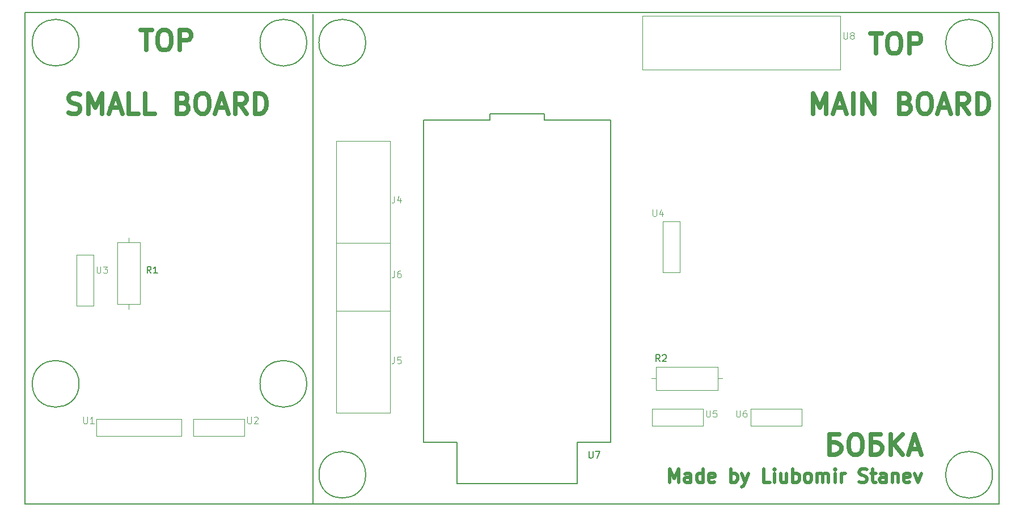
<source format=gbr>
%TF.GenerationSoftware,KiCad,Pcbnew,7.0.10*%
%TF.CreationDate,2024-02-03T15:37:23+02:00*%
%TF.ProjectId,Liubomir_Stanev_PCB,4c697562-6f6d-4697-925f-5374616e6576,rev?*%
%TF.SameCoordinates,Original*%
%TF.FileFunction,Legend,Top*%
%TF.FilePolarity,Positive*%
%FSLAX46Y46*%
G04 Gerber Fmt 4.6, Leading zero omitted, Abs format (unit mm)*
G04 Created by KiCad (PCBNEW 7.0.10) date 2024-02-03 15:37:23*
%MOMM*%
%LPD*%
G01*
G04 APERTURE LIST*
%ADD10C,0.150000*%
%ADD11C,0.500000*%
%ADD12C,0.700000*%
%ADD13C,0.100000*%
%ADD14C,0.120000*%
%ADD15C,0.127000*%
G04 APERTURE END LIST*
D10*
X58585699Y-44992849D02*
G75*
G03*
X51599999Y-44992849I-3492850J0D01*
G01*
X51599999Y-44992849D02*
G75*
G03*
X58585699Y-44992849I3492850J0D01*
G01*
X92585699Y-96000000D02*
G75*
G03*
X85599999Y-96000000I-3492850J0D01*
G01*
X85599999Y-96000000D02*
G75*
G03*
X92585699Y-96000000I3492850J0D01*
G01*
X194992850Y-109600000D02*
G75*
G03*
X188007150Y-109600000I-3492850J0D01*
G01*
X188007150Y-109600000D02*
G75*
G03*
X194992850Y-109600000I3492850J0D01*
G01*
X92585699Y-45000000D02*
G75*
G03*
X85599999Y-45000000I-3492850J0D01*
G01*
X85599999Y-45000000D02*
G75*
G03*
X92585699Y-45000000I3492850J0D01*
G01*
X50500000Y-40500000D02*
X196000000Y-40500000D01*
X196000000Y-114000000D01*
X50500000Y-114000000D01*
X50500000Y-40500000D01*
X195000001Y-45000000D02*
G75*
G03*
X188014301Y-45000000I-3492850J0D01*
G01*
X188014301Y-45000000D02*
G75*
G03*
X195000001Y-45000000I3492850J0D01*
G01*
X101388553Y-109600000D02*
G75*
G03*
X94411447Y-109600000I-3488553J0D01*
G01*
X94411447Y-109600000D02*
G75*
G03*
X101388553Y-109600000I3488553J0D01*
G01*
X93500000Y-40700000D02*
X93500000Y-113950000D01*
X58585699Y-96000000D02*
G75*
G03*
X51599999Y-96000000I-3492850J0D01*
G01*
X51599999Y-96000000D02*
G75*
G03*
X58585699Y-96000000I3492850J0D01*
G01*
X101385699Y-45000000D02*
G75*
G03*
X94399999Y-45000000I-3492850J0D01*
G01*
X94399999Y-45000000D02*
G75*
G03*
X101385699Y-45000000I3492850J0D01*
G01*
D11*
X146805137Y-110729238D02*
X146805137Y-108729238D01*
X146805137Y-108729238D02*
X147471804Y-110157809D01*
X147471804Y-110157809D02*
X148138470Y-108729238D01*
X148138470Y-108729238D02*
X148138470Y-110729238D01*
X149947994Y-110729238D02*
X149947994Y-109681619D01*
X149947994Y-109681619D02*
X149852756Y-109491142D01*
X149852756Y-109491142D02*
X149662280Y-109395904D01*
X149662280Y-109395904D02*
X149281327Y-109395904D01*
X149281327Y-109395904D02*
X149090851Y-109491142D01*
X149947994Y-110634000D02*
X149757518Y-110729238D01*
X149757518Y-110729238D02*
X149281327Y-110729238D01*
X149281327Y-110729238D02*
X149090851Y-110634000D01*
X149090851Y-110634000D02*
X148995613Y-110443523D01*
X148995613Y-110443523D02*
X148995613Y-110253047D01*
X148995613Y-110253047D02*
X149090851Y-110062571D01*
X149090851Y-110062571D02*
X149281327Y-109967333D01*
X149281327Y-109967333D02*
X149757518Y-109967333D01*
X149757518Y-109967333D02*
X149947994Y-109872095D01*
X151757518Y-110729238D02*
X151757518Y-108729238D01*
X151757518Y-110634000D02*
X151567042Y-110729238D01*
X151567042Y-110729238D02*
X151186089Y-110729238D01*
X151186089Y-110729238D02*
X150995613Y-110634000D01*
X150995613Y-110634000D02*
X150900375Y-110538761D01*
X150900375Y-110538761D02*
X150805137Y-110348285D01*
X150805137Y-110348285D02*
X150805137Y-109776857D01*
X150805137Y-109776857D02*
X150900375Y-109586380D01*
X150900375Y-109586380D02*
X150995613Y-109491142D01*
X150995613Y-109491142D02*
X151186089Y-109395904D01*
X151186089Y-109395904D02*
X151567042Y-109395904D01*
X151567042Y-109395904D02*
X151757518Y-109491142D01*
X153471804Y-110634000D02*
X153281328Y-110729238D01*
X153281328Y-110729238D02*
X152900375Y-110729238D01*
X152900375Y-110729238D02*
X152709899Y-110634000D01*
X152709899Y-110634000D02*
X152614661Y-110443523D01*
X152614661Y-110443523D02*
X152614661Y-109681619D01*
X152614661Y-109681619D02*
X152709899Y-109491142D01*
X152709899Y-109491142D02*
X152900375Y-109395904D01*
X152900375Y-109395904D02*
X153281328Y-109395904D01*
X153281328Y-109395904D02*
X153471804Y-109491142D01*
X153471804Y-109491142D02*
X153567042Y-109681619D01*
X153567042Y-109681619D02*
X153567042Y-109872095D01*
X153567042Y-109872095D02*
X152614661Y-110062571D01*
X155947995Y-110729238D02*
X155947995Y-108729238D01*
X155947995Y-109491142D02*
X156138471Y-109395904D01*
X156138471Y-109395904D02*
X156519424Y-109395904D01*
X156519424Y-109395904D02*
X156709900Y-109491142D01*
X156709900Y-109491142D02*
X156805138Y-109586380D01*
X156805138Y-109586380D02*
X156900376Y-109776857D01*
X156900376Y-109776857D02*
X156900376Y-110348285D01*
X156900376Y-110348285D02*
X156805138Y-110538761D01*
X156805138Y-110538761D02*
X156709900Y-110634000D01*
X156709900Y-110634000D02*
X156519424Y-110729238D01*
X156519424Y-110729238D02*
X156138471Y-110729238D01*
X156138471Y-110729238D02*
X155947995Y-110634000D01*
X157567043Y-109395904D02*
X158043233Y-110729238D01*
X158519424Y-109395904D02*
X158043233Y-110729238D01*
X158043233Y-110729238D02*
X157852757Y-111205428D01*
X157852757Y-111205428D02*
X157757519Y-111300666D01*
X157757519Y-111300666D02*
X157567043Y-111395904D01*
X161757520Y-110729238D02*
X160805139Y-110729238D01*
X160805139Y-110729238D02*
X160805139Y-108729238D01*
X162424187Y-110729238D02*
X162424187Y-109395904D01*
X162424187Y-108729238D02*
X162328949Y-108824476D01*
X162328949Y-108824476D02*
X162424187Y-108919714D01*
X162424187Y-108919714D02*
X162519425Y-108824476D01*
X162519425Y-108824476D02*
X162424187Y-108729238D01*
X162424187Y-108729238D02*
X162424187Y-108919714D01*
X164233711Y-109395904D02*
X164233711Y-110729238D01*
X163376568Y-109395904D02*
X163376568Y-110443523D01*
X163376568Y-110443523D02*
X163471806Y-110634000D01*
X163471806Y-110634000D02*
X163662282Y-110729238D01*
X163662282Y-110729238D02*
X163947997Y-110729238D01*
X163947997Y-110729238D02*
X164138473Y-110634000D01*
X164138473Y-110634000D02*
X164233711Y-110538761D01*
X165186092Y-110729238D02*
X165186092Y-108729238D01*
X165186092Y-109491142D02*
X165376568Y-109395904D01*
X165376568Y-109395904D02*
X165757521Y-109395904D01*
X165757521Y-109395904D02*
X165947997Y-109491142D01*
X165947997Y-109491142D02*
X166043235Y-109586380D01*
X166043235Y-109586380D02*
X166138473Y-109776857D01*
X166138473Y-109776857D02*
X166138473Y-110348285D01*
X166138473Y-110348285D02*
X166043235Y-110538761D01*
X166043235Y-110538761D02*
X165947997Y-110634000D01*
X165947997Y-110634000D02*
X165757521Y-110729238D01*
X165757521Y-110729238D02*
X165376568Y-110729238D01*
X165376568Y-110729238D02*
X165186092Y-110634000D01*
X167281330Y-110729238D02*
X167090854Y-110634000D01*
X167090854Y-110634000D02*
X166995616Y-110538761D01*
X166995616Y-110538761D02*
X166900378Y-110348285D01*
X166900378Y-110348285D02*
X166900378Y-109776857D01*
X166900378Y-109776857D02*
X166995616Y-109586380D01*
X166995616Y-109586380D02*
X167090854Y-109491142D01*
X167090854Y-109491142D02*
X167281330Y-109395904D01*
X167281330Y-109395904D02*
X167567045Y-109395904D01*
X167567045Y-109395904D02*
X167757521Y-109491142D01*
X167757521Y-109491142D02*
X167852759Y-109586380D01*
X167852759Y-109586380D02*
X167947997Y-109776857D01*
X167947997Y-109776857D02*
X167947997Y-110348285D01*
X167947997Y-110348285D02*
X167852759Y-110538761D01*
X167852759Y-110538761D02*
X167757521Y-110634000D01*
X167757521Y-110634000D02*
X167567045Y-110729238D01*
X167567045Y-110729238D02*
X167281330Y-110729238D01*
X168805140Y-110729238D02*
X168805140Y-109395904D01*
X168805140Y-109586380D02*
X168900378Y-109491142D01*
X168900378Y-109491142D02*
X169090854Y-109395904D01*
X169090854Y-109395904D02*
X169376569Y-109395904D01*
X169376569Y-109395904D02*
X169567045Y-109491142D01*
X169567045Y-109491142D02*
X169662283Y-109681619D01*
X169662283Y-109681619D02*
X169662283Y-110729238D01*
X169662283Y-109681619D02*
X169757521Y-109491142D01*
X169757521Y-109491142D02*
X169947997Y-109395904D01*
X169947997Y-109395904D02*
X170233711Y-109395904D01*
X170233711Y-109395904D02*
X170424188Y-109491142D01*
X170424188Y-109491142D02*
X170519426Y-109681619D01*
X170519426Y-109681619D02*
X170519426Y-110729238D01*
X171471807Y-110729238D02*
X171471807Y-109395904D01*
X171471807Y-108729238D02*
X171376569Y-108824476D01*
X171376569Y-108824476D02*
X171471807Y-108919714D01*
X171471807Y-108919714D02*
X171567045Y-108824476D01*
X171567045Y-108824476D02*
X171471807Y-108729238D01*
X171471807Y-108729238D02*
X171471807Y-108919714D01*
X172424188Y-110729238D02*
X172424188Y-109395904D01*
X172424188Y-109776857D02*
X172519426Y-109586380D01*
X172519426Y-109586380D02*
X172614664Y-109491142D01*
X172614664Y-109491142D02*
X172805140Y-109395904D01*
X172805140Y-109395904D02*
X172995617Y-109395904D01*
X175090855Y-110634000D02*
X175376569Y-110729238D01*
X175376569Y-110729238D02*
X175852760Y-110729238D01*
X175852760Y-110729238D02*
X176043236Y-110634000D01*
X176043236Y-110634000D02*
X176138474Y-110538761D01*
X176138474Y-110538761D02*
X176233712Y-110348285D01*
X176233712Y-110348285D02*
X176233712Y-110157809D01*
X176233712Y-110157809D02*
X176138474Y-109967333D01*
X176138474Y-109967333D02*
X176043236Y-109872095D01*
X176043236Y-109872095D02*
X175852760Y-109776857D01*
X175852760Y-109776857D02*
X175471807Y-109681619D01*
X175471807Y-109681619D02*
X175281331Y-109586380D01*
X175281331Y-109586380D02*
X175186093Y-109491142D01*
X175186093Y-109491142D02*
X175090855Y-109300666D01*
X175090855Y-109300666D02*
X175090855Y-109110190D01*
X175090855Y-109110190D02*
X175186093Y-108919714D01*
X175186093Y-108919714D02*
X175281331Y-108824476D01*
X175281331Y-108824476D02*
X175471807Y-108729238D01*
X175471807Y-108729238D02*
X175947998Y-108729238D01*
X175947998Y-108729238D02*
X176233712Y-108824476D01*
X176805141Y-109395904D02*
X177567045Y-109395904D01*
X177090855Y-108729238D02*
X177090855Y-110443523D01*
X177090855Y-110443523D02*
X177186093Y-110634000D01*
X177186093Y-110634000D02*
X177376569Y-110729238D01*
X177376569Y-110729238D02*
X177567045Y-110729238D01*
X179090855Y-110729238D02*
X179090855Y-109681619D01*
X179090855Y-109681619D02*
X178995617Y-109491142D01*
X178995617Y-109491142D02*
X178805141Y-109395904D01*
X178805141Y-109395904D02*
X178424188Y-109395904D01*
X178424188Y-109395904D02*
X178233712Y-109491142D01*
X179090855Y-110634000D02*
X178900379Y-110729238D01*
X178900379Y-110729238D02*
X178424188Y-110729238D01*
X178424188Y-110729238D02*
X178233712Y-110634000D01*
X178233712Y-110634000D02*
X178138474Y-110443523D01*
X178138474Y-110443523D02*
X178138474Y-110253047D01*
X178138474Y-110253047D02*
X178233712Y-110062571D01*
X178233712Y-110062571D02*
X178424188Y-109967333D01*
X178424188Y-109967333D02*
X178900379Y-109967333D01*
X178900379Y-109967333D02*
X179090855Y-109872095D01*
X180043236Y-109395904D02*
X180043236Y-110729238D01*
X180043236Y-109586380D02*
X180138474Y-109491142D01*
X180138474Y-109491142D02*
X180328950Y-109395904D01*
X180328950Y-109395904D02*
X180614665Y-109395904D01*
X180614665Y-109395904D02*
X180805141Y-109491142D01*
X180805141Y-109491142D02*
X180900379Y-109681619D01*
X180900379Y-109681619D02*
X180900379Y-110729238D01*
X182614665Y-110634000D02*
X182424189Y-110729238D01*
X182424189Y-110729238D02*
X182043236Y-110729238D01*
X182043236Y-110729238D02*
X181852760Y-110634000D01*
X181852760Y-110634000D02*
X181757522Y-110443523D01*
X181757522Y-110443523D02*
X181757522Y-109681619D01*
X181757522Y-109681619D02*
X181852760Y-109491142D01*
X181852760Y-109491142D02*
X182043236Y-109395904D01*
X182043236Y-109395904D02*
X182424189Y-109395904D01*
X182424189Y-109395904D02*
X182614665Y-109491142D01*
X182614665Y-109491142D02*
X182709903Y-109681619D01*
X182709903Y-109681619D02*
X182709903Y-109872095D01*
X182709903Y-109872095D02*
X181757522Y-110062571D01*
X183376570Y-109395904D02*
X183852760Y-110729238D01*
X183852760Y-110729238D02*
X184328951Y-109395904D01*
D12*
X67746240Y-43096457D02*
X69460526Y-43096457D01*
X68603383Y-46096457D02*
X68603383Y-43096457D01*
X71031954Y-43096457D02*
X71603382Y-43096457D01*
X71603382Y-43096457D02*
X71889097Y-43239314D01*
X71889097Y-43239314D02*
X72174811Y-43525028D01*
X72174811Y-43525028D02*
X72317668Y-44096457D01*
X72317668Y-44096457D02*
X72317668Y-45096457D01*
X72317668Y-45096457D02*
X72174811Y-45667885D01*
X72174811Y-45667885D02*
X71889097Y-45953600D01*
X71889097Y-45953600D02*
X71603382Y-46096457D01*
X71603382Y-46096457D02*
X71031954Y-46096457D01*
X71031954Y-46096457D02*
X70746240Y-45953600D01*
X70746240Y-45953600D02*
X70460525Y-45667885D01*
X70460525Y-45667885D02*
X70317668Y-45096457D01*
X70317668Y-45096457D02*
X70317668Y-44096457D01*
X70317668Y-44096457D02*
X70460525Y-43525028D01*
X70460525Y-43525028D02*
X70746240Y-43239314D01*
X70746240Y-43239314D02*
X71031954Y-43096457D01*
X73603382Y-46096457D02*
X73603382Y-43096457D01*
X73603382Y-43096457D02*
X74746239Y-43096457D01*
X74746239Y-43096457D02*
X75031954Y-43239314D01*
X75031954Y-43239314D02*
X75174811Y-43382171D01*
X75174811Y-43382171D02*
X75317668Y-43667885D01*
X75317668Y-43667885D02*
X75317668Y-44096457D01*
X75317668Y-44096457D02*
X75174811Y-44382171D01*
X75174811Y-44382171D02*
X75031954Y-44525028D01*
X75031954Y-44525028D02*
X74746239Y-44667885D01*
X74746239Y-44667885D02*
X73603382Y-44667885D01*
X168174811Y-55596457D02*
X168174811Y-52596457D01*
X168174811Y-52596457D02*
X169174811Y-54739314D01*
X169174811Y-54739314D02*
X170174811Y-52596457D01*
X170174811Y-52596457D02*
X170174811Y-55596457D01*
X171460525Y-54739314D02*
X172889097Y-54739314D01*
X171174811Y-55596457D02*
X172174811Y-52596457D01*
X172174811Y-52596457D02*
X173174811Y-55596457D01*
X174174811Y-55596457D02*
X174174811Y-52596457D01*
X175603382Y-55596457D02*
X175603382Y-52596457D01*
X175603382Y-52596457D02*
X177317668Y-55596457D01*
X177317668Y-55596457D02*
X177317668Y-52596457D01*
X182031953Y-54025028D02*
X182460525Y-54167885D01*
X182460525Y-54167885D02*
X182603382Y-54310742D01*
X182603382Y-54310742D02*
X182746239Y-54596457D01*
X182746239Y-54596457D02*
X182746239Y-55025028D01*
X182746239Y-55025028D02*
X182603382Y-55310742D01*
X182603382Y-55310742D02*
X182460525Y-55453600D01*
X182460525Y-55453600D02*
X182174810Y-55596457D01*
X182174810Y-55596457D02*
X181031953Y-55596457D01*
X181031953Y-55596457D02*
X181031953Y-52596457D01*
X181031953Y-52596457D02*
X182031953Y-52596457D01*
X182031953Y-52596457D02*
X182317668Y-52739314D01*
X182317668Y-52739314D02*
X182460525Y-52882171D01*
X182460525Y-52882171D02*
X182603382Y-53167885D01*
X182603382Y-53167885D02*
X182603382Y-53453600D01*
X182603382Y-53453600D02*
X182460525Y-53739314D01*
X182460525Y-53739314D02*
X182317668Y-53882171D01*
X182317668Y-53882171D02*
X182031953Y-54025028D01*
X182031953Y-54025028D02*
X181031953Y-54025028D01*
X184603382Y-52596457D02*
X185174810Y-52596457D01*
X185174810Y-52596457D02*
X185460525Y-52739314D01*
X185460525Y-52739314D02*
X185746239Y-53025028D01*
X185746239Y-53025028D02*
X185889096Y-53596457D01*
X185889096Y-53596457D02*
X185889096Y-54596457D01*
X185889096Y-54596457D02*
X185746239Y-55167885D01*
X185746239Y-55167885D02*
X185460525Y-55453600D01*
X185460525Y-55453600D02*
X185174810Y-55596457D01*
X185174810Y-55596457D02*
X184603382Y-55596457D01*
X184603382Y-55596457D02*
X184317668Y-55453600D01*
X184317668Y-55453600D02*
X184031953Y-55167885D01*
X184031953Y-55167885D02*
X183889096Y-54596457D01*
X183889096Y-54596457D02*
X183889096Y-53596457D01*
X183889096Y-53596457D02*
X184031953Y-53025028D01*
X184031953Y-53025028D02*
X184317668Y-52739314D01*
X184317668Y-52739314D02*
X184603382Y-52596457D01*
X187031953Y-54739314D02*
X188460525Y-54739314D01*
X186746239Y-55596457D02*
X187746239Y-52596457D01*
X187746239Y-52596457D02*
X188746239Y-55596457D01*
X191460525Y-55596457D02*
X190460525Y-54167885D01*
X189746239Y-55596457D02*
X189746239Y-52596457D01*
X189746239Y-52596457D02*
X190889096Y-52596457D01*
X190889096Y-52596457D02*
X191174811Y-52739314D01*
X191174811Y-52739314D02*
X191317668Y-52882171D01*
X191317668Y-52882171D02*
X191460525Y-53167885D01*
X191460525Y-53167885D02*
X191460525Y-53596457D01*
X191460525Y-53596457D02*
X191317668Y-53882171D01*
X191317668Y-53882171D02*
X191174811Y-54025028D01*
X191174811Y-54025028D02*
X190889096Y-54167885D01*
X190889096Y-54167885D02*
X189746239Y-54167885D01*
X192746239Y-55596457D02*
X192746239Y-52596457D01*
X192746239Y-52596457D02*
X193460525Y-52596457D01*
X193460525Y-52596457D02*
X193889096Y-52739314D01*
X193889096Y-52739314D02*
X194174811Y-53025028D01*
X194174811Y-53025028D02*
X194317668Y-53310742D01*
X194317668Y-53310742D02*
X194460525Y-53882171D01*
X194460525Y-53882171D02*
X194460525Y-54310742D01*
X194460525Y-54310742D02*
X194317668Y-54882171D01*
X194317668Y-54882171D02*
X194174811Y-55167885D01*
X194174811Y-55167885D02*
X193889096Y-55453600D01*
X193889096Y-55453600D02*
X193460525Y-55596457D01*
X193460525Y-55596457D02*
X192746239Y-55596457D01*
X57031954Y-55453600D02*
X57460526Y-55596457D01*
X57460526Y-55596457D02*
X58174811Y-55596457D01*
X58174811Y-55596457D02*
X58460526Y-55453600D01*
X58460526Y-55453600D02*
X58603383Y-55310742D01*
X58603383Y-55310742D02*
X58746240Y-55025028D01*
X58746240Y-55025028D02*
X58746240Y-54739314D01*
X58746240Y-54739314D02*
X58603383Y-54453600D01*
X58603383Y-54453600D02*
X58460526Y-54310742D01*
X58460526Y-54310742D02*
X58174811Y-54167885D01*
X58174811Y-54167885D02*
X57603383Y-54025028D01*
X57603383Y-54025028D02*
X57317668Y-53882171D01*
X57317668Y-53882171D02*
X57174811Y-53739314D01*
X57174811Y-53739314D02*
X57031954Y-53453600D01*
X57031954Y-53453600D02*
X57031954Y-53167885D01*
X57031954Y-53167885D02*
X57174811Y-52882171D01*
X57174811Y-52882171D02*
X57317668Y-52739314D01*
X57317668Y-52739314D02*
X57603383Y-52596457D01*
X57603383Y-52596457D02*
X58317668Y-52596457D01*
X58317668Y-52596457D02*
X58746240Y-52739314D01*
X60031954Y-55596457D02*
X60031954Y-52596457D01*
X60031954Y-52596457D02*
X61031954Y-54739314D01*
X61031954Y-54739314D02*
X62031954Y-52596457D01*
X62031954Y-52596457D02*
X62031954Y-55596457D01*
X63317668Y-54739314D02*
X64746240Y-54739314D01*
X63031954Y-55596457D02*
X64031954Y-52596457D01*
X64031954Y-52596457D02*
X65031954Y-55596457D01*
X67460526Y-55596457D02*
X66031954Y-55596457D01*
X66031954Y-55596457D02*
X66031954Y-52596457D01*
X69889097Y-55596457D02*
X68460525Y-55596457D01*
X68460525Y-55596457D02*
X68460525Y-52596457D01*
X74174810Y-54025028D02*
X74603382Y-54167885D01*
X74603382Y-54167885D02*
X74746239Y-54310742D01*
X74746239Y-54310742D02*
X74889096Y-54596457D01*
X74889096Y-54596457D02*
X74889096Y-55025028D01*
X74889096Y-55025028D02*
X74746239Y-55310742D01*
X74746239Y-55310742D02*
X74603382Y-55453600D01*
X74603382Y-55453600D02*
X74317667Y-55596457D01*
X74317667Y-55596457D02*
X73174810Y-55596457D01*
X73174810Y-55596457D02*
X73174810Y-52596457D01*
X73174810Y-52596457D02*
X74174810Y-52596457D01*
X74174810Y-52596457D02*
X74460525Y-52739314D01*
X74460525Y-52739314D02*
X74603382Y-52882171D01*
X74603382Y-52882171D02*
X74746239Y-53167885D01*
X74746239Y-53167885D02*
X74746239Y-53453600D01*
X74746239Y-53453600D02*
X74603382Y-53739314D01*
X74603382Y-53739314D02*
X74460525Y-53882171D01*
X74460525Y-53882171D02*
X74174810Y-54025028D01*
X74174810Y-54025028D02*
X73174810Y-54025028D01*
X76746239Y-52596457D02*
X77317667Y-52596457D01*
X77317667Y-52596457D02*
X77603382Y-52739314D01*
X77603382Y-52739314D02*
X77889096Y-53025028D01*
X77889096Y-53025028D02*
X78031953Y-53596457D01*
X78031953Y-53596457D02*
X78031953Y-54596457D01*
X78031953Y-54596457D02*
X77889096Y-55167885D01*
X77889096Y-55167885D02*
X77603382Y-55453600D01*
X77603382Y-55453600D02*
X77317667Y-55596457D01*
X77317667Y-55596457D02*
X76746239Y-55596457D01*
X76746239Y-55596457D02*
X76460525Y-55453600D01*
X76460525Y-55453600D02*
X76174810Y-55167885D01*
X76174810Y-55167885D02*
X76031953Y-54596457D01*
X76031953Y-54596457D02*
X76031953Y-53596457D01*
X76031953Y-53596457D02*
X76174810Y-53025028D01*
X76174810Y-53025028D02*
X76460525Y-52739314D01*
X76460525Y-52739314D02*
X76746239Y-52596457D01*
X79174810Y-54739314D02*
X80603382Y-54739314D01*
X78889096Y-55596457D02*
X79889096Y-52596457D01*
X79889096Y-52596457D02*
X80889096Y-55596457D01*
X83603382Y-55596457D02*
X82603382Y-54167885D01*
X81889096Y-55596457D02*
X81889096Y-52596457D01*
X81889096Y-52596457D02*
X83031953Y-52596457D01*
X83031953Y-52596457D02*
X83317668Y-52739314D01*
X83317668Y-52739314D02*
X83460525Y-52882171D01*
X83460525Y-52882171D02*
X83603382Y-53167885D01*
X83603382Y-53167885D02*
X83603382Y-53596457D01*
X83603382Y-53596457D02*
X83460525Y-53882171D01*
X83460525Y-53882171D02*
X83317668Y-54025028D01*
X83317668Y-54025028D02*
X83031953Y-54167885D01*
X83031953Y-54167885D02*
X81889096Y-54167885D01*
X84889096Y-55596457D02*
X84889096Y-52596457D01*
X84889096Y-52596457D02*
X85603382Y-52596457D01*
X85603382Y-52596457D02*
X86031953Y-52739314D01*
X86031953Y-52739314D02*
X86317668Y-53025028D01*
X86317668Y-53025028D02*
X86460525Y-53310742D01*
X86460525Y-53310742D02*
X86603382Y-53882171D01*
X86603382Y-53882171D02*
X86603382Y-54310742D01*
X86603382Y-54310742D02*
X86460525Y-54882171D01*
X86460525Y-54882171D02*
X86317668Y-55167885D01*
X86317668Y-55167885D02*
X86031953Y-55453600D01*
X86031953Y-55453600D02*
X85603382Y-55596457D01*
X85603382Y-55596457D02*
X84889096Y-55596457D01*
X176746240Y-43596457D02*
X178460526Y-43596457D01*
X177603383Y-46596457D02*
X177603383Y-43596457D01*
X180031954Y-43596457D02*
X180603382Y-43596457D01*
X180603382Y-43596457D02*
X180889097Y-43739314D01*
X180889097Y-43739314D02*
X181174811Y-44025028D01*
X181174811Y-44025028D02*
X181317668Y-44596457D01*
X181317668Y-44596457D02*
X181317668Y-45596457D01*
X181317668Y-45596457D02*
X181174811Y-46167885D01*
X181174811Y-46167885D02*
X180889097Y-46453600D01*
X180889097Y-46453600D02*
X180603382Y-46596457D01*
X180603382Y-46596457D02*
X180031954Y-46596457D01*
X180031954Y-46596457D02*
X179746240Y-46453600D01*
X179746240Y-46453600D02*
X179460525Y-46167885D01*
X179460525Y-46167885D02*
X179317668Y-45596457D01*
X179317668Y-45596457D02*
X179317668Y-44596457D01*
X179317668Y-44596457D02*
X179460525Y-44025028D01*
X179460525Y-44025028D02*
X179746240Y-43739314D01*
X179746240Y-43739314D02*
X180031954Y-43596457D01*
X182603382Y-46596457D02*
X182603382Y-43596457D01*
X182603382Y-43596457D02*
X183746239Y-43596457D01*
X183746239Y-43596457D02*
X184031954Y-43739314D01*
X184031954Y-43739314D02*
X184174811Y-43882171D01*
X184174811Y-43882171D02*
X184317668Y-44167885D01*
X184317668Y-44167885D02*
X184317668Y-44596457D01*
X184317668Y-44596457D02*
X184174811Y-44882171D01*
X184174811Y-44882171D02*
X184031954Y-45025028D01*
X184031954Y-45025028D02*
X183746239Y-45167885D01*
X183746239Y-45167885D02*
X182603382Y-45167885D01*
X172103383Y-103596457D02*
X170674811Y-103596457D01*
X170674811Y-103596457D02*
X170674811Y-106596457D01*
X170674811Y-106596457D02*
X171531954Y-106596457D01*
X171531954Y-106596457D02*
X171960526Y-106453600D01*
X171960526Y-106453600D02*
X172246240Y-106167885D01*
X172246240Y-106167885D02*
X172389097Y-105882171D01*
X172389097Y-105882171D02*
X172389097Y-105453600D01*
X172389097Y-105453600D02*
X172246240Y-105167885D01*
X172246240Y-105167885D02*
X171960526Y-104882171D01*
X171960526Y-104882171D02*
X171531954Y-104739314D01*
X171531954Y-104739314D02*
X170674811Y-104739314D01*
X174246240Y-103596457D02*
X174817668Y-103596457D01*
X174817668Y-103596457D02*
X175103383Y-103739314D01*
X175103383Y-103739314D02*
X175389097Y-104025028D01*
X175389097Y-104025028D02*
X175531954Y-104596457D01*
X175531954Y-104596457D02*
X175531954Y-105596457D01*
X175531954Y-105596457D02*
X175389097Y-106167885D01*
X175389097Y-106167885D02*
X175103383Y-106453600D01*
X175103383Y-106453600D02*
X174817668Y-106596457D01*
X174817668Y-106596457D02*
X174246240Y-106596457D01*
X174246240Y-106596457D02*
X173960526Y-106453600D01*
X173960526Y-106453600D02*
X173674811Y-106167885D01*
X173674811Y-106167885D02*
X173531954Y-105596457D01*
X173531954Y-105596457D02*
X173531954Y-104596457D01*
X173531954Y-104596457D02*
X173674811Y-104025028D01*
X173674811Y-104025028D02*
X173960526Y-103739314D01*
X173960526Y-103739314D02*
X174246240Y-103596457D01*
X178246240Y-103596457D02*
X176817668Y-103596457D01*
X176817668Y-103596457D02*
X176817668Y-106596457D01*
X176817668Y-106596457D02*
X177674811Y-106596457D01*
X177674811Y-106596457D02*
X178103383Y-106453600D01*
X178103383Y-106453600D02*
X178389097Y-106167885D01*
X178389097Y-106167885D02*
X178531954Y-105882171D01*
X178531954Y-105882171D02*
X178531954Y-105453600D01*
X178531954Y-105453600D02*
X178389097Y-105167885D01*
X178389097Y-105167885D02*
X178103383Y-104882171D01*
X178103383Y-104882171D02*
X177674811Y-104739314D01*
X177674811Y-104739314D02*
X176817668Y-104739314D01*
X179817668Y-106596457D02*
X179817668Y-103596457D01*
X181531954Y-106596457D02*
X180246240Y-104882171D01*
X181531954Y-103596457D02*
X179817668Y-105310742D01*
X182674811Y-105739314D02*
X184103383Y-105739314D01*
X182389097Y-106596457D02*
X183389097Y-103596457D01*
X183389097Y-103596457D02*
X184389097Y-106596457D01*
D13*
X152238095Y-99957419D02*
X152238095Y-100766942D01*
X152238095Y-100766942D02*
X152285714Y-100862180D01*
X152285714Y-100862180D02*
X152333333Y-100909800D01*
X152333333Y-100909800D02*
X152428571Y-100957419D01*
X152428571Y-100957419D02*
X152619047Y-100957419D01*
X152619047Y-100957419D02*
X152714285Y-100909800D01*
X152714285Y-100909800D02*
X152761904Y-100862180D01*
X152761904Y-100862180D02*
X152809523Y-100766942D01*
X152809523Y-100766942D02*
X152809523Y-99957419D01*
X153761904Y-99957419D02*
X153285714Y-99957419D01*
X153285714Y-99957419D02*
X153238095Y-100433609D01*
X153238095Y-100433609D02*
X153285714Y-100385990D01*
X153285714Y-100385990D02*
X153380952Y-100338371D01*
X153380952Y-100338371D02*
X153619047Y-100338371D01*
X153619047Y-100338371D02*
X153714285Y-100385990D01*
X153714285Y-100385990D02*
X153761904Y-100433609D01*
X153761904Y-100433609D02*
X153809523Y-100528847D01*
X153809523Y-100528847D02*
X153809523Y-100766942D01*
X153809523Y-100766942D02*
X153761904Y-100862180D01*
X153761904Y-100862180D02*
X153714285Y-100909800D01*
X153714285Y-100909800D02*
X153619047Y-100957419D01*
X153619047Y-100957419D02*
X153380952Y-100957419D01*
X153380952Y-100957419D02*
X153285714Y-100909800D01*
X153285714Y-100909800D02*
X153238095Y-100862180D01*
D10*
X69333333Y-79454819D02*
X69000000Y-78978628D01*
X68761905Y-79454819D02*
X68761905Y-78454819D01*
X68761905Y-78454819D02*
X69142857Y-78454819D01*
X69142857Y-78454819D02*
X69238095Y-78502438D01*
X69238095Y-78502438D02*
X69285714Y-78550057D01*
X69285714Y-78550057D02*
X69333333Y-78645295D01*
X69333333Y-78645295D02*
X69333333Y-78788152D01*
X69333333Y-78788152D02*
X69285714Y-78883390D01*
X69285714Y-78883390D02*
X69238095Y-78931009D01*
X69238095Y-78931009D02*
X69142857Y-78978628D01*
X69142857Y-78978628D02*
X68761905Y-78978628D01*
X70285714Y-79454819D02*
X69714286Y-79454819D01*
X70000000Y-79454819D02*
X70000000Y-78454819D01*
X70000000Y-78454819D02*
X69904762Y-78597676D01*
X69904762Y-78597676D02*
X69809524Y-78692914D01*
X69809524Y-78692914D02*
X69714286Y-78740533D01*
D13*
X105666666Y-67957419D02*
X105666666Y-68671704D01*
X105666666Y-68671704D02*
X105619047Y-68814561D01*
X105619047Y-68814561D02*
X105523809Y-68909800D01*
X105523809Y-68909800D02*
X105380952Y-68957419D01*
X105380952Y-68957419D02*
X105285714Y-68957419D01*
X106571428Y-68290752D02*
X106571428Y-68957419D01*
X106333333Y-67909800D02*
X106095238Y-68624085D01*
X106095238Y-68624085D02*
X106714285Y-68624085D01*
X83738095Y-100957419D02*
X83738095Y-101766942D01*
X83738095Y-101766942D02*
X83785714Y-101862180D01*
X83785714Y-101862180D02*
X83833333Y-101909800D01*
X83833333Y-101909800D02*
X83928571Y-101957419D01*
X83928571Y-101957419D02*
X84119047Y-101957419D01*
X84119047Y-101957419D02*
X84214285Y-101909800D01*
X84214285Y-101909800D02*
X84261904Y-101862180D01*
X84261904Y-101862180D02*
X84309523Y-101766942D01*
X84309523Y-101766942D02*
X84309523Y-100957419D01*
X84738095Y-101052657D02*
X84785714Y-101005038D01*
X84785714Y-101005038D02*
X84880952Y-100957419D01*
X84880952Y-100957419D02*
X85119047Y-100957419D01*
X85119047Y-100957419D02*
X85214285Y-101005038D01*
X85214285Y-101005038D02*
X85261904Y-101052657D01*
X85261904Y-101052657D02*
X85309523Y-101147895D01*
X85309523Y-101147895D02*
X85309523Y-101243133D01*
X85309523Y-101243133D02*
X85261904Y-101385990D01*
X85261904Y-101385990D02*
X84690476Y-101957419D01*
X84690476Y-101957419D02*
X85309523Y-101957419D01*
X172738095Y-43457419D02*
X172738095Y-44266942D01*
X172738095Y-44266942D02*
X172785714Y-44362180D01*
X172785714Y-44362180D02*
X172833333Y-44409800D01*
X172833333Y-44409800D02*
X172928571Y-44457419D01*
X172928571Y-44457419D02*
X173119047Y-44457419D01*
X173119047Y-44457419D02*
X173214285Y-44409800D01*
X173214285Y-44409800D02*
X173261904Y-44362180D01*
X173261904Y-44362180D02*
X173309523Y-44266942D01*
X173309523Y-44266942D02*
X173309523Y-43457419D01*
X173928571Y-43885990D02*
X173833333Y-43838371D01*
X173833333Y-43838371D02*
X173785714Y-43790752D01*
X173785714Y-43790752D02*
X173738095Y-43695514D01*
X173738095Y-43695514D02*
X173738095Y-43647895D01*
X173738095Y-43647895D02*
X173785714Y-43552657D01*
X173785714Y-43552657D02*
X173833333Y-43505038D01*
X173833333Y-43505038D02*
X173928571Y-43457419D01*
X173928571Y-43457419D02*
X174119047Y-43457419D01*
X174119047Y-43457419D02*
X174214285Y-43505038D01*
X174214285Y-43505038D02*
X174261904Y-43552657D01*
X174261904Y-43552657D02*
X174309523Y-43647895D01*
X174309523Y-43647895D02*
X174309523Y-43695514D01*
X174309523Y-43695514D02*
X174261904Y-43790752D01*
X174261904Y-43790752D02*
X174214285Y-43838371D01*
X174214285Y-43838371D02*
X174119047Y-43885990D01*
X174119047Y-43885990D02*
X173928571Y-43885990D01*
X173928571Y-43885990D02*
X173833333Y-43933609D01*
X173833333Y-43933609D02*
X173785714Y-43981228D01*
X173785714Y-43981228D02*
X173738095Y-44076466D01*
X173738095Y-44076466D02*
X173738095Y-44266942D01*
X173738095Y-44266942D02*
X173785714Y-44362180D01*
X173785714Y-44362180D02*
X173833333Y-44409800D01*
X173833333Y-44409800D02*
X173928571Y-44457419D01*
X173928571Y-44457419D02*
X174119047Y-44457419D01*
X174119047Y-44457419D02*
X174214285Y-44409800D01*
X174214285Y-44409800D02*
X174261904Y-44362180D01*
X174261904Y-44362180D02*
X174309523Y-44266942D01*
X174309523Y-44266942D02*
X174309523Y-44076466D01*
X174309523Y-44076466D02*
X174261904Y-43981228D01*
X174261904Y-43981228D02*
X174214285Y-43933609D01*
X174214285Y-43933609D02*
X174119047Y-43885990D01*
X105666666Y-79114619D02*
X105666666Y-79828904D01*
X105666666Y-79828904D02*
X105619047Y-79971761D01*
X105619047Y-79971761D02*
X105523809Y-80067000D01*
X105523809Y-80067000D02*
X105380952Y-80114619D01*
X105380952Y-80114619D02*
X105285714Y-80114619D01*
X106571428Y-79114619D02*
X106380952Y-79114619D01*
X106380952Y-79114619D02*
X106285714Y-79162238D01*
X106285714Y-79162238D02*
X106238095Y-79209857D01*
X106238095Y-79209857D02*
X106142857Y-79352714D01*
X106142857Y-79352714D02*
X106095238Y-79543190D01*
X106095238Y-79543190D02*
X106095238Y-79924142D01*
X106095238Y-79924142D02*
X106142857Y-80019380D01*
X106142857Y-80019380D02*
X106190476Y-80067000D01*
X106190476Y-80067000D02*
X106285714Y-80114619D01*
X106285714Y-80114619D02*
X106476190Y-80114619D01*
X106476190Y-80114619D02*
X106571428Y-80067000D01*
X106571428Y-80067000D02*
X106619047Y-80019380D01*
X106619047Y-80019380D02*
X106666666Y-79924142D01*
X106666666Y-79924142D02*
X106666666Y-79686047D01*
X106666666Y-79686047D02*
X106619047Y-79590809D01*
X106619047Y-79590809D02*
X106571428Y-79543190D01*
X106571428Y-79543190D02*
X106476190Y-79495571D01*
X106476190Y-79495571D02*
X106285714Y-79495571D01*
X106285714Y-79495571D02*
X106190476Y-79543190D01*
X106190476Y-79543190D02*
X106142857Y-79590809D01*
X106142857Y-79590809D02*
X106095238Y-79686047D01*
D10*
X134738095Y-106104819D02*
X134738095Y-106914342D01*
X134738095Y-106914342D02*
X134785714Y-107009580D01*
X134785714Y-107009580D02*
X134833333Y-107057200D01*
X134833333Y-107057200D02*
X134928571Y-107104819D01*
X134928571Y-107104819D02*
X135119047Y-107104819D01*
X135119047Y-107104819D02*
X135214285Y-107057200D01*
X135214285Y-107057200D02*
X135261904Y-107009580D01*
X135261904Y-107009580D02*
X135309523Y-106914342D01*
X135309523Y-106914342D02*
X135309523Y-106104819D01*
X135690476Y-106104819D02*
X136357142Y-106104819D01*
X136357142Y-106104819D02*
X135928571Y-107104819D01*
D13*
X105666666Y-91957419D02*
X105666666Y-92671704D01*
X105666666Y-92671704D02*
X105619047Y-92814561D01*
X105619047Y-92814561D02*
X105523809Y-92909800D01*
X105523809Y-92909800D02*
X105380952Y-92957419D01*
X105380952Y-92957419D02*
X105285714Y-92957419D01*
X106619047Y-91957419D02*
X106142857Y-91957419D01*
X106142857Y-91957419D02*
X106095238Y-92433609D01*
X106095238Y-92433609D02*
X106142857Y-92385990D01*
X106142857Y-92385990D02*
X106238095Y-92338371D01*
X106238095Y-92338371D02*
X106476190Y-92338371D01*
X106476190Y-92338371D02*
X106571428Y-92385990D01*
X106571428Y-92385990D02*
X106619047Y-92433609D01*
X106619047Y-92433609D02*
X106666666Y-92528847D01*
X106666666Y-92528847D02*
X106666666Y-92766942D01*
X106666666Y-92766942D02*
X106619047Y-92862180D01*
X106619047Y-92862180D02*
X106571428Y-92909800D01*
X106571428Y-92909800D02*
X106476190Y-92957419D01*
X106476190Y-92957419D02*
X106238095Y-92957419D01*
X106238095Y-92957419D02*
X106142857Y-92909800D01*
X106142857Y-92909800D02*
X106095238Y-92862180D01*
D10*
X145333333Y-92654819D02*
X145000000Y-92178628D01*
X144761905Y-92654819D02*
X144761905Y-91654819D01*
X144761905Y-91654819D02*
X145142857Y-91654819D01*
X145142857Y-91654819D02*
X145238095Y-91702438D01*
X145238095Y-91702438D02*
X145285714Y-91750057D01*
X145285714Y-91750057D02*
X145333333Y-91845295D01*
X145333333Y-91845295D02*
X145333333Y-91988152D01*
X145333333Y-91988152D02*
X145285714Y-92083390D01*
X145285714Y-92083390D02*
X145238095Y-92131009D01*
X145238095Y-92131009D02*
X145142857Y-92178628D01*
X145142857Y-92178628D02*
X144761905Y-92178628D01*
X145714286Y-91750057D02*
X145761905Y-91702438D01*
X145761905Y-91702438D02*
X145857143Y-91654819D01*
X145857143Y-91654819D02*
X146095238Y-91654819D01*
X146095238Y-91654819D02*
X146190476Y-91702438D01*
X146190476Y-91702438D02*
X146238095Y-91750057D01*
X146238095Y-91750057D02*
X146285714Y-91845295D01*
X146285714Y-91845295D02*
X146285714Y-91940533D01*
X146285714Y-91940533D02*
X146238095Y-92083390D01*
X146238095Y-92083390D02*
X145666667Y-92654819D01*
X145666667Y-92654819D02*
X146285714Y-92654819D01*
D13*
X156738095Y-99957419D02*
X156738095Y-100766942D01*
X156738095Y-100766942D02*
X156785714Y-100862180D01*
X156785714Y-100862180D02*
X156833333Y-100909800D01*
X156833333Y-100909800D02*
X156928571Y-100957419D01*
X156928571Y-100957419D02*
X157119047Y-100957419D01*
X157119047Y-100957419D02*
X157214285Y-100909800D01*
X157214285Y-100909800D02*
X157261904Y-100862180D01*
X157261904Y-100862180D02*
X157309523Y-100766942D01*
X157309523Y-100766942D02*
X157309523Y-99957419D01*
X158214285Y-99957419D02*
X158023809Y-99957419D01*
X158023809Y-99957419D02*
X157928571Y-100005038D01*
X157928571Y-100005038D02*
X157880952Y-100052657D01*
X157880952Y-100052657D02*
X157785714Y-100195514D01*
X157785714Y-100195514D02*
X157738095Y-100385990D01*
X157738095Y-100385990D02*
X157738095Y-100766942D01*
X157738095Y-100766942D02*
X157785714Y-100862180D01*
X157785714Y-100862180D02*
X157833333Y-100909800D01*
X157833333Y-100909800D02*
X157928571Y-100957419D01*
X157928571Y-100957419D02*
X158119047Y-100957419D01*
X158119047Y-100957419D02*
X158214285Y-100909800D01*
X158214285Y-100909800D02*
X158261904Y-100862180D01*
X158261904Y-100862180D02*
X158309523Y-100766942D01*
X158309523Y-100766942D02*
X158309523Y-100528847D01*
X158309523Y-100528847D02*
X158261904Y-100433609D01*
X158261904Y-100433609D02*
X158214285Y-100385990D01*
X158214285Y-100385990D02*
X158119047Y-100338371D01*
X158119047Y-100338371D02*
X157928571Y-100338371D01*
X157928571Y-100338371D02*
X157833333Y-100385990D01*
X157833333Y-100385990D02*
X157785714Y-100433609D01*
X157785714Y-100433609D02*
X157738095Y-100528847D01*
X61238095Y-78457419D02*
X61238095Y-79266942D01*
X61238095Y-79266942D02*
X61285714Y-79362180D01*
X61285714Y-79362180D02*
X61333333Y-79409800D01*
X61333333Y-79409800D02*
X61428571Y-79457419D01*
X61428571Y-79457419D02*
X61619047Y-79457419D01*
X61619047Y-79457419D02*
X61714285Y-79409800D01*
X61714285Y-79409800D02*
X61761904Y-79362180D01*
X61761904Y-79362180D02*
X61809523Y-79266942D01*
X61809523Y-79266942D02*
X61809523Y-78457419D01*
X62190476Y-78457419D02*
X62809523Y-78457419D01*
X62809523Y-78457419D02*
X62476190Y-78838371D01*
X62476190Y-78838371D02*
X62619047Y-78838371D01*
X62619047Y-78838371D02*
X62714285Y-78885990D01*
X62714285Y-78885990D02*
X62761904Y-78933609D01*
X62761904Y-78933609D02*
X62809523Y-79028847D01*
X62809523Y-79028847D02*
X62809523Y-79266942D01*
X62809523Y-79266942D02*
X62761904Y-79362180D01*
X62761904Y-79362180D02*
X62714285Y-79409800D01*
X62714285Y-79409800D02*
X62619047Y-79457419D01*
X62619047Y-79457419D02*
X62333333Y-79457419D01*
X62333333Y-79457419D02*
X62238095Y-79409800D01*
X62238095Y-79409800D02*
X62190476Y-79362180D01*
X144238095Y-69957419D02*
X144238095Y-70766942D01*
X144238095Y-70766942D02*
X144285714Y-70862180D01*
X144285714Y-70862180D02*
X144333333Y-70909800D01*
X144333333Y-70909800D02*
X144428571Y-70957419D01*
X144428571Y-70957419D02*
X144619047Y-70957419D01*
X144619047Y-70957419D02*
X144714285Y-70909800D01*
X144714285Y-70909800D02*
X144761904Y-70862180D01*
X144761904Y-70862180D02*
X144809523Y-70766942D01*
X144809523Y-70766942D02*
X144809523Y-69957419D01*
X145714285Y-70290752D02*
X145714285Y-70957419D01*
X145476190Y-69909800D02*
X145238095Y-70624085D01*
X145238095Y-70624085D02*
X145857142Y-70624085D01*
X59238095Y-100957419D02*
X59238095Y-101766942D01*
X59238095Y-101766942D02*
X59285714Y-101862180D01*
X59285714Y-101862180D02*
X59333333Y-101909800D01*
X59333333Y-101909800D02*
X59428571Y-101957419D01*
X59428571Y-101957419D02*
X59619047Y-101957419D01*
X59619047Y-101957419D02*
X59714285Y-101909800D01*
X59714285Y-101909800D02*
X59761904Y-101862180D01*
X59761904Y-101862180D02*
X59809523Y-101766942D01*
X59809523Y-101766942D02*
X59809523Y-100957419D01*
X60809523Y-101957419D02*
X60238095Y-101957419D01*
X60523809Y-101957419D02*
X60523809Y-100957419D01*
X60523809Y-100957419D02*
X60428571Y-101100276D01*
X60428571Y-101100276D02*
X60333333Y-101195514D01*
X60333333Y-101195514D02*
X60238095Y-101243133D01*
%TO.C,U5*%
X144180000Y-99730000D02*
X151800000Y-99730000D01*
X151800000Y-99730000D02*
X151800000Y-102270000D01*
X151800000Y-102270000D02*
X144180000Y-102270000D01*
X144180000Y-102270000D02*
X144180000Y-99730000D01*
D14*
%TO.C,R1*%
X66000000Y-74190000D02*
X66000000Y-74880000D01*
X67720000Y-74880000D02*
X64280000Y-74880000D01*
X64280000Y-74880000D02*
X64280000Y-84120000D01*
X67720000Y-84120000D02*
X67720000Y-74880000D01*
X64280000Y-84120000D02*
X67720000Y-84120000D01*
X66000000Y-84810000D02*
X66000000Y-84120000D01*
D13*
%TO.C,J4*%
X105000000Y-59680000D02*
X97000000Y-59680000D01*
X97000000Y-59680000D02*
X97000000Y-74920000D01*
X97000000Y-74920000D02*
X105000000Y-74920000D01*
X105000000Y-74920000D02*
X105000000Y-59680000D01*
%TO.C,U2*%
X75680000Y-101230000D02*
X83300000Y-101230000D01*
X83300000Y-101230000D02*
X83300000Y-103770000D01*
X83300000Y-103770000D02*
X75680000Y-103770000D01*
X75680000Y-103770000D02*
X75680000Y-101230000D01*
%TO.C,U8*%
X172260000Y-49000000D02*
X142740000Y-49000000D01*
X142740000Y-49000000D02*
X142740000Y-41000000D01*
X142740000Y-41000000D02*
X172260000Y-41000000D01*
X172260000Y-41000000D02*
X172260000Y-49000000D01*
%TO.C,J6*%
X105000000Y-74920000D02*
X97000000Y-74920000D01*
X97000000Y-74920000D02*
X97000000Y-85080000D01*
X97000000Y-85080000D02*
X105000000Y-85080000D01*
X105000000Y-85080000D02*
X105000000Y-74920000D01*
D15*
%TO.C,U7*%
X137950000Y-104750000D02*
X137950000Y-56550000D01*
X137950000Y-56550000D02*
X128070000Y-56550000D01*
X133000000Y-110950000D02*
X115000000Y-110950000D01*
X133000000Y-104750000D02*
X137950000Y-104750000D01*
X133000000Y-104750000D02*
X133000000Y-110950000D01*
X128070000Y-56550000D02*
X128070000Y-55650000D01*
X128070000Y-55650000D02*
X119940000Y-55650000D01*
X119940000Y-56550000D02*
X110050000Y-56550000D01*
X119940000Y-55650000D02*
X119940000Y-56550000D01*
X115000000Y-110950000D02*
X115000000Y-104750000D01*
X110050000Y-104750000D02*
X115000000Y-104750000D01*
X110050000Y-56550000D02*
X110050000Y-104750000D01*
D13*
%TO.C,J5*%
X105000000Y-85080000D02*
X97000000Y-85080000D01*
X97000000Y-85080000D02*
X97000000Y-100320000D01*
X97000000Y-100320000D02*
X105000000Y-100320000D01*
X105000000Y-100320000D02*
X105000000Y-85080000D01*
D14*
%TO.C,R2*%
X144040000Y-95200000D02*
X144730000Y-95200000D01*
X144730000Y-93480000D02*
X144730000Y-96920000D01*
X144730000Y-96920000D02*
X153970000Y-96920000D01*
X153970000Y-93480000D02*
X144730000Y-93480000D01*
X153970000Y-96920000D02*
X153970000Y-93480000D01*
X154660000Y-95200000D02*
X153970000Y-95200000D01*
D13*
%TO.C,U6*%
X158867000Y-99730000D02*
X166487000Y-99730000D01*
X166487000Y-99730000D02*
X166487000Y-102270000D01*
X166487000Y-102270000D02*
X158867000Y-102270000D01*
X158867000Y-102270000D02*
X158867000Y-99730000D01*
%TO.C,U3*%
X58230000Y-84320000D02*
X60770000Y-84320000D01*
X60770000Y-84320000D02*
X60770000Y-76700000D01*
X60770000Y-76700000D02*
X58230000Y-76700000D01*
X58230000Y-76700000D02*
X58230000Y-84320000D01*
%TO.C,U4*%
X145730000Y-79320000D02*
X148270000Y-79320000D01*
X148270000Y-79320000D02*
X148270000Y-71700000D01*
X148270000Y-71700000D02*
X145730000Y-71700000D01*
X145730000Y-71700000D02*
X145730000Y-79320000D01*
%TO.C,U1*%
X61150000Y-101230000D02*
X73850000Y-101230000D01*
X73850000Y-101230000D02*
X73850000Y-103770000D01*
X73850000Y-103770000D02*
X61150000Y-103770000D01*
X61150000Y-103770000D02*
X61150000Y-101230000D01*
%TD*%
M02*

</source>
